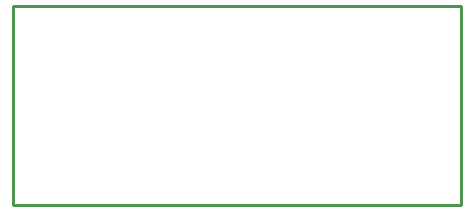
<source format=gm1>
%FSLAX44Y44*%
%MOMM*%
G71*
G01*
G75*
G04 Layer_Color=16711935*
%ADD10C,0.7900*%
%ADD11C,0.9000*%
%ADD12C,2.3000*%
%ADD13C,0.2540*%
%ADD14C,0.0100*%
%ADD15C,0.9932*%
%ADD16C,1.1032*%
%ADD17C,2.5032*%
D13*
X255270Y257810D02*
Y426720D01*
Y257810D02*
X635000D01*
Y426720D01*
X255270D02*
X635000D01*
M02*

</source>
